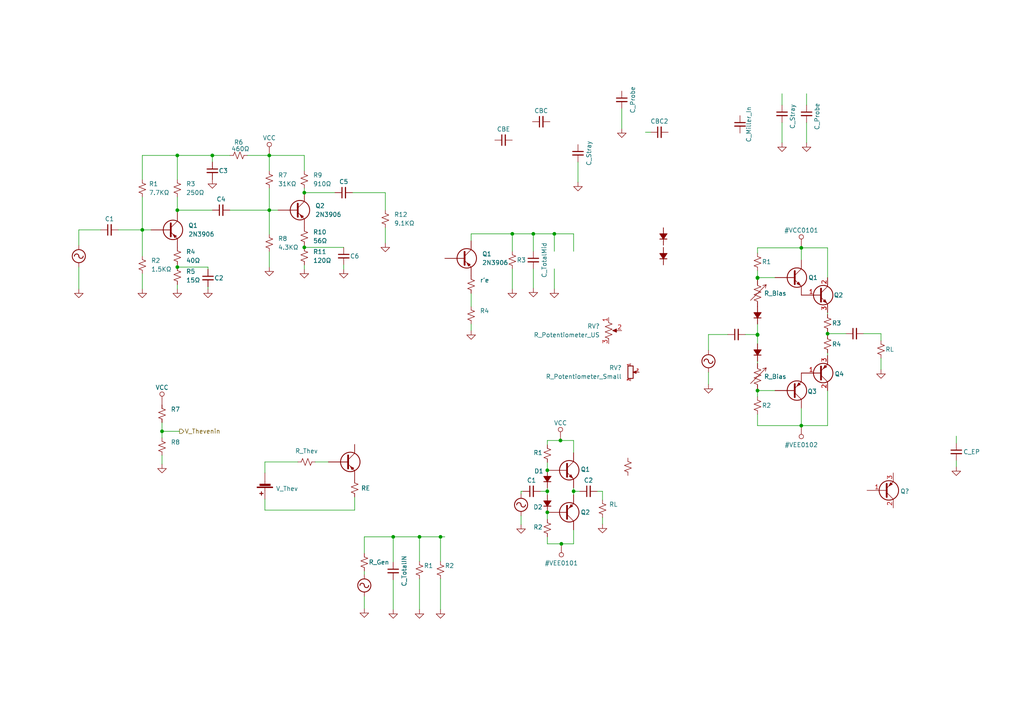
<source format=kicad_sch>
(kicad_sch (version 20211123) (generator eeschema)
  (paper "A4")
  (title_block (title "MultiStage Amplifier") (date "2024-01-05") (company "Idaho State University College of Technology") (comment 1 "Assistant Prof. Tim Leishman") (comment 2 "Robotics and Communication Systems"))
  (lib_symbols
    (symbol "2N3906_1" (pin_names (offset 0) hide)
      (property "Reference" "Q2" (at 5.715 1.2701 0))
      (property "Value" "2N3906_1" (at 5.715 -1.2699 0))
      (symbol "2N3906_1_1_1"
        (pin input line (at -5.08 0 0) (length 5.715) (name "B") (number ""))
        (pin passive line (at 2.54 5.08 270) (length 2.54) (name "C") (number ""))
        (pin passive line (at 2.54 -5.08 90) (length 2.54) (name "E") (number ""))
      )
    )
    (symbol "Amplifier_Operational:TL071" (pin_names (offset 0.127))
      (property "Reference" "U?" (at 8.89 5.4612 0))
      (property "Value" "TL071" (at 8.89 2.9212 0))
      (symbol "TL071_1_1"
        (pin input line (at -7.62 -2.54 0) (length 2.54) (name "-") (number "2"))
        (pin input line (at -7.62 2.54 0) (length 2.54) (name "+") (number "3"))
        (pin power_in line (at -2.54 7.62 270) (length 3.81) (name "V-") (number "4"))
        (pin output line (at 7.62 0 180) (length 2.54) (name "~") (number "6"))
        (pin power_in line (at -2.54 -7.62 90) (length 3.81) (name "V+") (number "7"))
        (pin no_connect line (at 0 2.54 270) (length 2.54) hide (name "NC") (number "8"))
      )
    )
    (symbol "Device:Battery_Cell" (pin_numbers hide) (pin_names (offset 0) hide)
      (property "Reference" "BT" (at 2.54 2.54 0))
      (property "Value" "Battery_Cell" (at 2.54 0 0))
      (symbol "Battery_Cell_1_1"
        (pin passive line (at 0 5.08 270) (length 2.54) (name "+") (number "1"))
        (pin passive line (at 0 -2.54 90) (length 2.54) (name "-") (number "2"))
      )
    )
    (symbol "Device:C_Small" (pin_numbers hide) (pin_names (offset 0.254) hide)
      (property "Reference" "C" (at 0.254 1.778 0))
      (property "Value" "C_Small" (at 0.254 -2.032 0))
      (symbol "C_Small_1_1"
        (pin passive line (at 0 2.54 270) (length 2.032) (name "~") (number "1"))
        (pin passive line (at 0 -2.54 90) (length 2.032) (name "~") (number "2"))
      )
    )
    (symbol "Device:D_Small_Filled" (pin_numbers hide) (pin_names (offset 0.254) hide)
      (property "Reference" "D" (at -1.27 2.032 0))
      (property "Value" "D_Small_Filled" (at -3.81 -2.032 0))
      (symbol "D_Small_Filled_1_1"
        (pin passive line (at -2.54 0 0) (length 1.778) (name "K") (number "1"))
        (pin passive line (at 2.54 0 180) (length 1.778) (name "A") (number "2"))
      )
    )
    (symbol "Device:L_Small" (pin_numbers hide) (pin_names (offset 0.254) hide)
      (property "Reference" "L" (at 0.762 1.016 0))
      (property "Value" "L_Small" (at 0.762 -1.016 0))
      (symbol "L_Small_1_1"
        (pin passive line (at 0 2.54 270) (length 0.508) (name "~") (number "1"))
        (pin passive line (at 0 -2.54 90) (length 0.508) (name "~") (number "2"))
      )
    )
    (symbol "Device:Q_NPN_BCE" (pin_names (offset 0) hide)
      (property "Reference" "Q1" (at 5.08 1.2701 0))
      (symbol "Q_NPN_BCE_1_1"
        (pin input line (at -5.08 0 0) (length 5.715) (name "B") (number ""))
        (pin passive line (at 2.54 5.08 270) (length 2.54) (name "C") (number ""))
        (pin passive line (at 2.54 -5.08 90) (length 2.54) (name "E") (number ""))
      )
    )
    (symbol "Device:R_Potentiometer_Small" (pin_names (offset 1.016) hide)
      (property "Reference" "RV" (at -4.445 0 90))
      (property "Value" "R_Potentiometer_Small" (at -2.54 0 90))
      (symbol "R_Potentiometer_Small_1_1"
        (pin passive line (at 0 2.54 270) (length 0.635) (name "1") (number "1"))
        (pin passive line (at 2.54 0 180) (length 0.9906) (name "2") (number "2"))
        (pin passive line (at 0 -2.54 90) (length 0.635) (name "3") (number "3"))
      )
    )
    (symbol "Device:R_Potentiometer_US" (pin_names (offset 1.016) hide)
      (property "Reference" "RV" (at -4.445 0 90))
      (property "Value" "R_Potentiometer_US" (at -2.54 0 90))
      (symbol "R_Potentiometer_US_1_1"
        (pin passive line (at 0 3.81 270) (length 1.27) (name "1") (number "1"))
        (pin passive line (at 3.81 0 180) (length 1.27) (name "2") (number "2"))
        (pin passive line (at 0 -3.81 90) (length 1.27) (name "3") (number "3"))
      )
    )
    (symbol "Device:R_Small_US" (pin_numbers hide) (pin_names (offset 0.254) hide)
      (property "Reference" "R" (at 0.762 0.508 0))
      (property "Value" "R_Small_US" (at 0.762 -1.016 0))
      (symbol "R_Small_US_1_1"
        (pin passive line (at 0 2.54 270) (length 1.016) (name "~") (number "1"))
        (pin passive line (at 0 -2.54 90) (length 1.016) (name "~") (number "2"))
      )
    )
    (symbol "Device:R_Variable_US" (pin_numbers hide) (pin_names (offset 0))
      (property "Reference" "R" (at 2.54 -2.54 90))
      (property "Value" "R_Variable_US" (at -2.54 -1.27 90))
      (symbol "R_Variable_US_1_1"
        (pin passive line (at 0 3.81 270) (length 1.27) (name "~") (number "1"))
        (pin passive line (at 0 -3.81 90) (length 1.27) (name "~") (number "2"))
      )
    )
    (symbol "TL071_1" (pin_names (offset 0.127))
      (property "Reference" "U" (at 0 6.35 0))
      (property "Value" "TL071_1" (at 0 3.81 0))
      (symbol "TL071_1_1_1"
        (pin input line (at 0 -7.62 90) (length 5.08) (name "NULL") (number "1"))
        (pin input line (at -7.62 -2.54 0) (length 2.54) (name "-") (number "2"))
        (pin input line (at -7.62 2.54 0) (length 2.54) (name "+") (number "3"))
        (pin power_in line (at -2.54 -7.62 90) (length 3.81) (name "V-") (number "4"))
        (pin input line (at 2.54 -7.62 90) (length 6.35) (name "NULL") (number "5"))
        (pin output line (at 7.62 0 180) (length 2.54) (name "~") (number "6"))
        (pin power_in line (at -2.54 7.62 270) (length 3.81) (name "V+") (number "7"))
        (pin no_connect line (at 0 2.54 270) (length 2.54) hide (name "NC") (number "8"))
      )
    )
    (symbol "Transistor_BJT:TIP41" (pin_names (offset 0) hide)
      (property "Reference" "Q" (at 6.35 1.905 0))
      (property "Value" "TIP41" (at 6.35 0 0))
      (symbol "TIP41_1_1"
        (pin input line (at -5.08 0 0) (length 5.715) (name "B") (number "1"))
        (pin passive line (at 2.54 5.08 270) (length 2.54) (name "C") (number "2"))
        (pin passive line (at 2.54 -5.08 90) (length 2.54) (name "E") (number "3"))
      )
    )
    (symbol "Transistor_BJT:TIP42" (pin_names (offset 0) hide)
      (property "Reference" "Q" (at 6.35 1.905 0))
      (property "Value" "TIP42" (at 6.35 0 0))
      (symbol "TIP42_1_1"
        (pin input line (at -5.08 0 0) (length 5.715) (name "B") (number "1"))
        (pin passive line (at 2.54 5.08 270) (length 2.54) (name "C") (number "2"))
        (pin passive line (at 2.54 -5.08 90) (length 2.54) (name "E") (number "3"))
      )
    )
    (symbol "VCC_1" (power) (pin_names (offset 0))
      (property "Value" "VCC_1" (at 0 5.08 0))
      (symbol "VCC_1_1_1"
        (pin power_in line (at 0 0 90) (length 0) hide (name "VCC") (number "1"))
      )
    )
    (symbol "power:AC" (power) (pin_names (offset 0))
      (property "Value" "AC" (at 0 8.255 0))
      (symbol "AC_1_1"
        (pin power_in line (at 0 0 90) (length 0) hide (name "AC") (number "1"))
        (pin power_in line (at 0 6.35 90) (length 0) hide (name "AC") (number "1"))
      )
    )
    (symbol "power:GND" (power) (pin_names (offset 0))
      (property "Value" "GND" (at 0 -3.81 0))
      (symbol "GND_1_1"
        (pin power_in line (at 0 0 270) (length 0) hide (name "GND") (number "1"))
      )
    )
    (symbol "power:VCC" (power) (pin_names (offset 0))
      (property "Value" "VCC" (at 0 5.08 0))
      (symbol "VCC_1_1"
        (pin power_in line (at 0 0 90) (length 0) hide (name "VCC") (number "1"))
      )
    )
  )
  (junction (at 154.686 67.818))
  (junction (at 160.782 67.818))
  (junction (at 148.59 67.818))
  (junction (at 417.83 78.74))
  (junction (at 379.73 60.325))
  (junction (at 232.41 123.444))
  (junction (at 406.4 52.705))
  (junction (at 219.71 97.155))
  (junction (at 41.275 66.675))
  (junction (at 347.98 60.325))
  (junction (at 406.4 68.58))
  (junction (at 51.435 77.47))
  (junction (at 61.595 45.085))
  (junction (at 46.99 125.095))
  (junction (at 166.37 142.494))
  (junction (at 363.855 73.025))
  (junction (at 469.265 138.176))
  (junction (at 309.88 -46.355))
  (junction (at 338.582 155.194))
  (junction (at 338.582 149.352))
  (junction (at 363.855 41.275))
  (junction (at 158.75 142.494))
  (junction (at 360.045 100.33))
  (junction (at 372.11 52.705))
  (junction (at 162.814 157.734))
  (junction (at 219.71 113.284))
  (junction (at 219.71 80.645))
  (junction (at 219.71 80.518))
  (junction (at 370.84 144.145))
  (junction (at 158.75 148.59))
  (junction (at 114.046 155.702))
  (junction (at 417.83 26.67))
  (junction (at 363.855 90.17))
  (junction (at 162.56 127.762))
  (junction (at 426.72 52.07))
  (junction (at 338.582 156.972))
  (junction (at 51.435 45.085))
  (junction (at 88.265 55.88))
  (junction (at 51.435 60.96))
  (junction (at 127.762 155.702))
  (junction (at 88.265 71.755))
  (junction (at 78.105 60.96))
  (junction (at 121.666 155.702))
  (junction (at 78.105 45.085))
  (junction (at 460.883 138.176))
  (junction (at 158.75 136.398))
  (junction (at 330.962 162.052))
  (junction (at 291.465 -48.895))
  (junction (at 240.03 96.774))
  (junction (at 406.4 36.195))
  (junction (at 438.15 52.07))
  (junction (at 232.41 71.882))
  (junction (at 386.08 127))
  (junction (at 391.16 60.325))
  (junction (at 356.235 80.645))
  (junction (at 219.71 97.028))
  (no_connect (at 378.46 134.62))
  (no_connect (at 381 134.62))
  (wire (pts (xy 205.486 107.95) (xy 205.486 111.506)))
  (wire (pts (xy 406.4 52.705) (xy 406.4 53.34)))
  (wire (pts (xy 219.71 97.028) (xy 219.71 97.155)))
  (wire (pts (xy 60.325 77.47) (xy 51.435 77.47)))
  (wire (pts (xy 355.6 70.485) (xy 355.6 73.025)))
  (wire (pts (xy 401.955 88.265) (xy 438.15 88.265)))
  (wire (pts (xy 166.37 141.478) (xy 166.37 142.494)))
  (wire (pts (xy 406.4 68.58) (xy 410.21 68.58)))
  (wire (pts (xy 219.71 73.406) (xy 219.71 71.882)))
  (wire (pts (xy 400.685 60.325) (xy 401.955 60.325)))
  (wire (pts (xy 240.03 113.284) (xy 240.03 123.444)))
  (wire (pts (xy 356.235 80.645) (xy 356.235 85.09)))
  (wire (pts (xy 233.934 30.48) (xy 233.934 27.178)))
  (wire (pts (xy 347.98 80.645) (xy 356.235 80.645)))
  (wire (pts (xy 51.435 57.15) (xy 51.435 60.96)))
  (wire (pts (xy 41.275 45.085) (xy 51.435 45.085)))
  (wire (pts (xy 360.045 144.145) (xy 363.22 144.145)))
  (wire (pts (xy 61.595 60.96) (xy 51.435 60.96)))
  (wire (pts (xy 219.71 113.03) (xy 219.71 113.284)))
  (wire (pts (xy 121.666 167.894) (xy 121.666 176.784)))
  (wire (pts (xy 78.105 60.96) (xy 78.105 67.945)))
  (wire (pts (xy 232.41 123.444) (xy 219.71 123.444)))
  (wire (pts (xy 219.71 113.284) (xy 224.79 113.284)))
  (wire (pts (xy 80.645 60.96) (xy 78.105 60.96)))
  (wire (pts (xy 46.99 132.08) (xy 46.99 134.62)))
  (wire (pts (xy 417.83 63.5) (xy 419.1 63.5)))
  (wire (pts (xy 46.99 125.095) (xy 46.99 127)))
  (wire (pts (xy 148.59 77.978) (xy 148.59 83.82)))
  (wire (pts (xy 219.71 80.645) (xy 219.71 81.28)))
  (wire (pts (xy 78.105 45.085) (xy 88.265 45.085)))
  (wire (pts (xy 151.13 142.494) (xy 151.638 142.494)))
  (wire (pts (xy 372.11 41.275) (xy 363.855 41.275)))
  (wire (pts (xy 240.03 123.444) (xy 232.41 123.444)))
  (wire (pts (xy 166.37 142.494) (xy 166.37 143.51)))
  (wire (pts (xy 391.16 133.35) (xy 391.16 134.62)))
  (wire (pts (xy 88.265 45.085) (xy 88.265 49.53)))
  (wire (pts (xy 406.4 36.195) (xy 406.4 38.1)))
  (wire (pts (xy 426.72 78.74) (xy 417.83 78.74)))
  (wire (pts (xy 158.75 129.032) (xy 158.75 127.762)))
  (wire (pts (xy 154.686 72.898) (xy 154.686 67.818)))
  (wire (pts (xy 406.4 78.74) (xy 417.83 78.74)))
  (wire (pts (xy 240.03 96.774) (xy 245.364 96.774)))
  (wire (pts (xy 219.71 71.882) (xy 232.41 71.882)))
  (wire (pts (xy 166.37 67.818) (xy 166.37 72.898)))
  (wire (pts (xy 88.265 71.12) (xy 88.265 71.755)))
  (wire (pts (xy 66.675 60.96) (xy 78.105 60.96)))
  (wire (pts (xy 469.265 147.574) (xy 469.265 152.4)))
  (wire (pts (xy 360.045 130.81) (xy 360.045 131.445)))
  (wire (pts (xy 41.275 57.15) (xy 41.275 66.675)))
  (wire (pts (xy 379.73 60.325) (xy 379.73 64.77)))
  (wire (pts (xy 232.41 118.364) (xy 232.41 123.444)))
  (wire (pts (xy 158.75 134.112) (xy 158.75 136.398)))
  (wire (pts (xy 173.228 142.494) (xy 174.752 142.494)))
  (wire (pts (xy 460.883 138.176) (xy 469.265 138.176)))
  (wire (pts (xy 406.4 26.67) (xy 417.83 26.67)))
  (wire (pts (xy 127.762 162.814) (xy 127.762 155.702)))
  (wire (pts (xy 386.08 144.145) (xy 386.08 127)))
  (wire (pts (xy 105.664 172.974) (xy 105.664 176.53)))
  (wire (pts (xy 88.265 54.61) (xy 88.265 55.88)))
  (wire (pts (xy 386.08 127) (xy 391.16 127)))
  (wire (pts (xy 105.664 160.528) (xy 105.664 155.702)))
  (wire (pts (xy 383.54 -22.225) (xy 383.54 -17.78)))
  (wire (pts (xy 426.72 52.07) (xy 431.8 52.07)))
  (wire (pts (xy 114.046 163.068) (xy 114.046 155.702)))
  (wire (pts (xy 22.86 77.47) (xy 22.86 83.82)))
  (wire (pts (xy 325.374 162.56) (xy 325.374 162.052)))
  (wire (pts (xy 291.465 -48.895) (xy 294.005 -48.895)))
  (wire (pts (xy 406.4 58.42) (xy 406.4 59.69)))
  (wire (pts (xy 347.98 81.28) (xy 347.98 80.645)))
  (wire (pts (xy 347.218 156.972) (xy 349.25 156.972)))
  (wire (pts (xy 180.34 31.496) (xy 180.34 37.338)))
  (wire (pts (xy 61.595 45.085) (xy 66.675 45.085)))
  (wire (pts (xy 311.15 -46.355) (xy 311.15 -45.085)))
  (wire (pts (xy 360.045 144.145) (xy 360.045 144.78)))
  (wire (pts (xy 363.855 85.725) (xy 363.855 90.17)))
  (wire (pts (xy 372.11 52.705) (xy 387.35 52.705)))
  (wire (pts (xy 226.822 35.56) (xy 226.822 41.402)))
  (wire (pts (xy 311.15 -40.005) (xy 311.15 -37.465)))
  (wire (pts (xy 102.87 147.955) (xy 102.87 144.145)))
  (wire (pts (xy 111.76 55.88) (xy 111.76 60.96)))
  (wire (pts (xy 278.13 -48.895) (xy 284.48 -48.895)))
  (wire (pts (xy 166.37 127.762) (xy 162.56 127.762)))
  (wire (pts (xy 154.686 67.818) (xy 160.782 67.818)))
  (wire (pts (xy 51.435 76.835) (xy 51.435 77.47)))
  (wire (pts (xy 91.44 133.985) (xy 95.25 133.985)))
  (wire (pts (xy 330.962 162.052) (xy 330.962 163.068)))
  (wire (pts (xy 219.71 80.518) (xy 224.79 80.518)))
  (wire (pts (xy 426.72 57.785) (xy 426.72 58.42)))
  (wire (pts (xy 76.835 147.955) (xy 102.87 147.955)))
  (wire (pts (xy 255.524 98.806) (xy 255.524 96.774)))
  (wire (pts (xy 88.265 76.835) (xy 88.265 78.105)))
  (wire (pts (xy 391.16 67.31) (xy 391.16 70.485)))
  (wire (pts (xy 460.883 141.478) (xy 460.883 138.176)))
  (wire (pts (xy 114.046 155.702) (xy 121.666 155.702)))
  (wire (pts (xy 76.835 144.78) (xy 76.835 147.955)))
  (wire (pts (xy 167.64 46.99) (xy 167.64 52.832)))
  (wire (pts (xy 372.11 70.485) (xy 372.11 73.025)))
  (wire (pts (xy 160.782 77.978) (xy 160.782 83.82)))
  (wire (pts (xy 368.3 144.145) (xy 370.84 144.145)))
  (wire (pts (xy 360.045 124.46) (xy 360.045 125.73)))
  (wire (pts (xy 158.75 127.762) (xy 162.56 127.762)))
  (wire (pts (xy 338.582 156.972) (xy 338.582 155.194)))
  (wire (pts (xy 114.046 168.148) (xy 114.046 176.784)))
  (wire (pts (xy 240.03 90.678) (xy 240.03 91.186)))
  (wire (pts (xy 338.582 149.352) (xy 335.788 149.352)))
  (wire (pts (xy 391.16 60.325) (xy 393.065 60.325)))
  (wire (pts (xy 51.435 45.085) (xy 61.595 45.085)))
  (wire (pts (xy 340.868 149.352) (xy 338.582 149.352)))
  (wire (pts (xy 219.71 104.775) (xy 219.71 105.41)))
  (wire (pts (xy 277.368 128.524) (xy 277.368 126.492)))
  (wire (pts (xy 309.88 -59.69) (xy 309.88 -46.355)))
  (wire (pts (xy 219.71 113.284) (xy 219.71 115.062)))
  (wire (pts (xy 136.652 69.85) (xy 136.652 67.818)))
  (wire (pts (xy 148.59 72.898) (xy 148.59 67.818)))
  (wire (pts (xy 406.4 26.67) (xy 406.4 29.083)))
  (wire (pts (xy 340.868 154.686) (xy 340.868 155.194)))
  (wire (pts (xy 255.524 103.886) (xy 255.524 107.188)))
  (wire (pts (xy 51.435 60.96) (xy 51.435 61.595)))
  (wire (pts (xy 370.84 144.145) (xy 370.84 129.54)))
  (wire (pts (xy 391.16 127) (xy 391.16 128.27)))
  (wire (pts (xy 363.855 90.17) (xy 363.855 93.345)))
  (wire (pts (xy 61.595 45.085) (xy 61.595 46.99)))
  (wire (pts (xy 127.762 167.894) (xy 127.762 176.784)))
  (wire (pts (xy 158.75 157.734) (xy 162.814 157.734)))
  (wire (pts (xy 71.755 45.085) (xy 78.105 45.085)))
  (wire (pts (xy 41.275 79.375) (xy 41.275 83.82)))
  (wire (pts (xy 336.55 67.31) (xy 336.55 68.58)))
  (wire (pts (xy 309.88 -46.355) (xy 311.15 -46.355)))
  (wire (pts (xy 360.045 124.46) (xy 370.84 124.46)))
  (wire (pts (xy 226.822 30.48) (xy 226.822 27.178)))
  (wire (pts (xy 278.13 -48.895) (xy 278.13 -47.625)))
  (wire (pts (xy 99.695 76.835) (xy 99.695 78.105)))
  (wire (pts (xy 148.59 67.818) (xy 154.686 67.818)))
  (wire (pts (xy 250.444 96.774) (xy 255.524 96.774)))
  (wire (pts (xy 127.762 155.702) (xy 129.032 155.702)))
  (wire (pts (xy 406.4 68.58) (xy 406.4 70.993)))
  (wire (pts (xy 338.582 156.972) (xy 342.138 156.972)))
  (wire (pts (xy 158.75 148.59) (xy 158.75 150.622)))
  (wire (pts (xy 51.435 45.085) (xy 51.435 52.07)))
  (wire (pts (xy 219.71 120.142) (xy 219.71 123.444)))
  (wire (pts (xy 406.4 49.53) (xy 406.4 52.705)))
  (wire (pts (xy 436.88 52.07) (xy 438.15 52.07)))
  (wire (pts (xy 426.72 46.355) (xy 426.72 46.99)))
  (wire (pts (xy 375.285 144.145) (xy 370.84 144.145)))
  (wire (pts (xy 289.56 -48.895) (xy 291.465 -48.895)))
  (wire (pts (xy 240.03 96.774) (xy 240.03 97.282)))
  (wire (pts (xy 338.455 60.325) (xy 336.55 60.325)))
  (wire (pts (xy 363.855 73.025) (xy 372.11 73.025)))
  (wire (pts (xy 469.265 138.176) (xy 476.885 138.176)))
  (wire (pts (xy 372.11 51.435) (xy 372.11 52.705)))
  (wire (pts (xy 426.72 26.67) (xy 426.72 36.195)))
  (wire (pts (xy 330.962 168.148) (xy 330.962 169.164)))
  (wire (pts (xy 151.13 143.256) (xy 151.13 142.494)))
  (wire (pts (xy 166.37 153.67) (xy 166.37 157.734)))
  (wire (pts (xy 277.368 133.604) (xy 277.368 135.382)))
  (wire (pts (xy 355.6 41.275) (xy 355.6 46.355)))
  (wire (pts (xy 22.86 66.675) (xy 29.21 66.675)))
  (wire (pts (xy 380.365 144.145) (xy 386.08 144.145)))
  (wire (pts (xy 457.073 138.176) (xy 460.883 138.176)))
  (wire (pts (xy 156.718 142.494) (xy 158.75 142.494)))
  (wire (pts (xy 34.29 66.675) (xy 41.275 66.675)))
  (wire (pts (xy 363.855 73.025) (xy 363.855 75.565)))
  (wire (pts (xy 51.435 82.55) (xy 51.435 83.82)))
  (wire (pts (xy 76.835 133.985) (xy 86.36 133.985)))
  (wire (pts (xy 102.235 55.88) (xy 111.76 55.88)))
  (wire (pts (xy 22.86 66.675) (xy 22.86 71.12)))
  (wire (pts (xy 363.855 100.33) (xy 360.045 100.33)))
  (wire (pts (xy 291.465 -59.69) (xy 291.465 -48.895)))
  (wire (pts (xy 392.43 52.705) (xy 406.4 52.705)))
  (wire (pts (xy 41.275 66.675) (xy 41.275 74.295)))
  (wire (pts (xy 281.94 -36.195) (xy 281.94 -34.925)))
  (wire (pts (xy 449.199 138.176) (xy 451.993 138.176)))
  (wire (pts (xy 205.486 97.028) (xy 211.074 97.028)))
  (wire (pts (xy 449.199 166.37) (xy 449.199 168.275)))
  (wire (pts (xy 46.99 122.555) (xy 46.99 125.095)))
  (wire (pts (xy 433.705 111.76) (xy 435.61 111.76)))
  (wire (pts (xy 216.154 97.028) (xy 219.71 97.028)))
  (wire (pts (xy 160.782 67.818) (xy 160.782 72.898)))
  (wire (pts (xy 426.72 68.58) (xy 426.72 78.74)))
  (wire (pts (xy 372.11 46.355) (xy 372.11 41.275)))
  (wire (pts (xy 166.37 131.318) (xy 166.37 127.762)))
  (wire (pts (xy 158.75 141.478) (xy 158.75 142.494)))
  (wire (pts (xy 136.652 93.98) (xy 136.652 95.885)))
  (wire (pts (xy 76.835 133.985) (xy 76.835 137.16)))
  (wire (pts (xy 88.265 55.88) (xy 97.155 55.88)))
  (wire (pts (xy 438.15 52.07) (xy 438.15 88.265)))
  (wire (pts (xy 469.265 138.176) (xy 469.265 142.494)))
  (wire (pts (xy 406.4 36.195) (xy 410.21 36.195)))
  (wire (pts (xy 379.73 69.85) (xy 379.73 74.676)))
  (wire (pts (xy 343.535 60.325) (xy 347.98 60.325)))
  (wire (pts (xy 174.752 150.114) (xy 174.752 152.019)))
  (wire (pts (xy 391.16 60.325) (xy 391.16 62.23)))
  (wire (pts (xy 78.105 54.61) (xy 78.105 60.96)))
  (wire (pts (xy 232.41 75.438) (xy 232.41 71.882)))
  (wire (pts (xy 349.25 156.972) (xy 349.25 159.258)))
  (wire (pts (xy 111.76 66.04) (xy 111.76 70.485)))
  (wire (pts (xy 363.855 41.275) (xy 355.6 41.275)))
  (wire (pts (xy 406.4 64.77) (xy 406.4 68.58)))
  (wire (pts (xy 347.98 60.325) (xy 347.98 64.77)))
  (wire (pts (xy 417.83 26.67) (xy 417.83 31.115)))
  (wire (pts (xy 449.199 157.48) (xy 449.199 161.29)))
  (wire (pts (xy 105.664 165.608) (xy 105.664 166.624)))
  (wire (pts (xy 60.325 78.105) (xy 60.325 77.47)))
  (wire (pts (xy 78.105 49.53) (xy 78.105 45.085)))
  (wire (pts (xy 158.75 142.494) (xy 158.75 143.51)))
  (wire (pts (xy 383.54 -12.7) (xy 383.54 -10.16)))
  (wire (pts (xy 46.99 125.095) (xy 52.07 125.095)))
  (wire (pts (xy 151.13 149.606) (xy 151.13 152.146)))
  (wire (pts (xy 417.83 41.275) (xy 419.1 41.275)))
  (wire (pts (xy 158.75 155.702) (xy 158.75 157.734)))
  (wire (pts (xy 363.855 98.425) (xy 363.855 100.33)))
  (wire (pts (xy 219.71 93.98) (xy 219.71 97.028)))
  (wire (pts (xy 433.705 113.665) (xy 433.705 111.76)))
  (wire (pts (xy 417.83 26.67) (xy 426.72 26.67)))
  (wire (pts (xy 401.955 60.325) (xy 401.955 88.265)))
  (wire (pts (xy 121.666 162.814) (xy 121.666 155.702)))
  (wire (pts (xy 330.2 -46.99) (xy 330.2 -42.545)))
  (wire (pts (xy 347.98 69.85) (xy 347.98 74.676)))
  (wire (pts (xy 449.199 138.176) (xy 449.199 142.24)))
  (wire (pts (xy 309.245 -46.355) (xy 309.88 -46.355)))
  (wire (pts (xy 281.94 -43.815) (xy 281.94 -42.545)))
  (wire (pts (xy 379.73 60.325) (xy 382.27 60.325)))
  (wire (pts (xy 240.03 96.266) (xy 240.03 96.774)))
  (wire (pts (xy 240.03 102.362) (xy 240.03 103.124)))
  (wire (pts (xy 205.486 101.6) (xy 205.486 97.028)))
  (wire (pts (xy 356.235 95.25) (xy 356.235 100.33)))
  (wire (pts (xy 41.275 66.675) (xy 43.815 66.675)))
  (wire (pts (xy 441.96 59.055) (xy 441.96 60.96)))
  (wire (pts (xy 105.664 155.702) (xy 114.046 155.702)))
  (wire (pts (xy 460.883 146.558) (xy 460.883 152.4)))
  (wire (pts (xy 372.11 52.705) (xy 372.11 55.245)))
  (wire (pts (xy 347.98 86.36) (xy 347.98 87.63)))
  (wire (pts (xy 240.03 80.518) (xy 240.03 71.882)))
  (wire (pts (xy 356.235 100.33) (xy 360.045 100.33)))
  (wire (pts (xy 335.788 149.352) (xy 335.788 150.114)))
  (wire (pts (xy 283.845 -43.815) (xy 281.94 -43.815)))
  (wire (pts (xy 441.96 52.07) (xy 438.15 52.07)))
  (wire (pts (xy 406.4 76.073) (xy 406.4 78.74)))
  (wire (pts (xy 154.686 77.978) (xy 154.686 83.566)))
  (wire (pts (xy 136.652 67.818) (xy 148.59 67.818)))
  (wire (pts (xy 136.652 85.09) (xy 136.652 88.9)))
  (wire (pts (xy 426.72 52.07) (xy 426.72 52.705)))
  (wire (pts (xy 219.71 97.155) (xy 219.71 99.695)))
  (wire (pts (xy 340.868 149.352) (xy 340.868 149.606)))
  (wire (pts (xy 166.37 157.734) (xy 162.814 157.734)))
  (wire (pts (xy 41.275 45.085) (xy 41.275 52.07)))
  (wire (pts (xy 325.374 162.052) (xy 330.962 162.052)))
  (wire (pts (xy 441.96 53.975) (xy 441.96 52.07)))
  (wire (pts (xy 417.83 73.66) (xy 417.83 78.74)))
  (wire (pts (xy 406.4 34.163) (xy 406.4 36.195)))
  (wire (pts (xy 233.934 35.56) (xy 233.934 41.402)))
  (wire (pts (xy 338.582 155.194) (xy 340.868 155.194)))
  (wire (pts (xy 88.265 71.755) (xy 99.695 71.755)))
  (wire (pts (xy 288.925 -43.815) (xy 294.005 -43.815)))
  (wire (pts (xy 302.895 -59.69) (xy 309.88 -59.69)))
  (wire (pts (xy 476.885 148.082) (xy 476.885 152.4)))
  (wire (pts (xy 174.752 145.034) (xy 174.752 142.494)))
  (wire (pts (xy 160.782 67.818) (xy 166.37 67.818)))
  (wire (pts (xy 335.788 155.194) (xy 338.582 155.194)))
  (wire (pts (xy 291.465 -59.69) (xy 297.815 -59.69)))
  (wire (pts (xy 219.71 78.486) (xy 219.71 80.518)))
  (wire (pts (xy 121.666 155.702) (xy 127.762 155.702)))
  (wire (pts (xy 78.105 73.025) (xy 78.105 77.47)))
  (wire (pts (xy 355.6 73.025) (xy 363.855 73.025)))
  (wire (pts (xy 188.722 38.354) (xy 187.198 38.354)))
  (wire (pts (xy 387.35 60.325) (xy 391.16 60.325)))
  (wire (pts (xy 166.37 142.494) (xy 168.148 142.494)))
  (wire (pts (xy 476.885 138.176) (xy 476.885 143.002)))
  (wire (pts (xy 336.55 60.325) (xy 336.55 60.96)))
  (wire (pts (xy 417.83 78.74) (xy 417.83 79.375)))
  (wire (pts (xy 60.325 83.185) (xy 60.325 83.82)))
  (wire (pts (xy 355.6 51.435) (xy 355.6 55.245)))
  (wire (pts (xy 349.25 164.338) (xy 349.25 167.64)))
  (wire (pts (xy 406.4 43.18) (xy 406.4 44.45)))
  (wire (pts (xy 232.41 71.882) (xy 240.03 71.882)))
  (hierarchical_label "Vout" (shape output) (at 253.365 -50.165 0))
  (hierarchical_label "V-" (shape input) (at 299.085 -38.735 270))
  (hierarchical_label "V+" (shape input) (at 299.085 -53.975 90))
  (hierarchical_label "V_Thevenin" (shape output) (at 52.07 125.095 0))
  (symbol (lib_id "Device:R_Small_US") (at 300.355 -59.69 90) (unit 1)
    (property "Reference" "RF" (at 302.26 -62.23 90) (effects (justify left)))
    (property "Value" "56Ω" (effects hide))
  )
  (symbol (lib_id "power:AC") (at 151.13 149.606 0) (unit 1)
    (property "Reference" "#PWR?" (effects hide))
    (property "Value" "AC" (effects hide))
  )
  (symbol (lib_id "Device:C_Small") (at 156.972 35.306 90) (unit 1)
    (property "Reference" "CBC" (at 156.972 32.131 90))
    (property "Value" "C_Small" (effects hide))
  )
  (symbol (lib_id "Device:R_Small_US") (at 41.275 54.61 0) (unit 1)
    (property "Reference" "R1" (at 43.18 53.3399 0) (effects (justify left)))
    (property "Value" "7.7KΩ" (at 43.18 55.8799 0) (effects (justify left)))
  )
  (symbol (lib_id "power:GND") (at 391.16 70.485 0) (mirror y) (unit 1)
    (property "Reference" "#PWR?" (effects hide))
    (property "Value" "GND" (effects hide))
  )
  (symbol (lib_id "Device:R_Small_US") (at 476.885 145.542 0) (unit 1)
    (property "Reference" "R12" (at 478.155 145.542 0) (effects (justify left)))
    (property "Value" "56Ω" (effects hide))
  )
  (symbol (lib_id "Device:C_Small") (at 214.63 36.068 0) (unit 1)
    (property "Reference" "C_Miller_In" (at 217.17 36.068 90))
    (property "Value" "C_Small" (effects hide))
  )
  (symbol (lib_name "2N3906_1") (lib_id "Transistor_BJT:2N3906") (at 163.83 148.59 0) (mirror x) (unit 1)
    (property "Reference" "Q2" (at 168.402 148.59 0) (effects (justify left)))
    (property "Value" "2N3906" (effects hide))
    (property "Footprint" "Package_TO_SOT_THT:TO-92_Inline" (effects hide))
    (property "Datasheet" "https://www.onsemi.com/pub/Collateral/2N3906-D.PDF" (effects hide))
  )
  (symbol (lib_id "Device:R_Small_US") (at 51.435 80.01 0) (unit 1)
    (property "Reference" "R5" (at 53.975 78.7399 0) (effects (justify left)))
    (property "Value" "15Ω" (at 53.975 81.2799 0) (effects (justify left)))
  )
  (symbol (lib_id "Device:R_Small_US") (at 240.03 99.822 0) (unit 1)
    (property "Reference" "R4" (at 241.3 99.822 0) (effects (justify left)))
    (property "Value" "56Ω" (effects hide))
  )
  (symbol (lib_id "Device:C_Small") (at 344.678 156.972 90) (unit 1)
    (property "Reference" "C_EP?" (effects hide))
    (property "Value" "C_Small" (effects hide))
  )
  (symbol (lib_id "Device:C_Small") (at 154.686 75.438 0) (unit 1)
    (property "Reference" "C_TotalMid" (at 157.861 75.438 90))
    (property "Value" "C_Small" (effects hide))
  )
  (symbol (lib_id "power:GND") (at 226.822 41.402 0) (unit 1)
    (property "Reference" "#PWR?" (effects hide))
    (property "Value" "GND" (effects hide))
  )
  (symbol (lib_id "Device:D_Small_Filled") (at 406.4 55.88 90) (unit 1)
    (property "Reference" "D?" (effects hide))
    (property "Value" "D_Small_Filled" (effects hide))
  )
  (symbol (lib_id "Device:R_Small_US") (at 69.215 45.085 90) (unit 1)
    (property "Reference" "R6" (at 69.215 41.275 90))
    (property "Value" "460Ω" (at 72.39 43.18 90) (effects (justify left)))
  )
  (symbol (lib_id "Device:R_Small_US") (at 406.4 31.623 0) (unit 1)
    (property "Reference" "R?" (effects hide))
    (property "Value" "56Ω" (effects hide))
  )
  (symbol (lib_id "Device:R_Small_US") (at 51.435 74.295 0) (unit 1)
    (property "Reference" "R4" (at 53.975 73.0249 0) (effects (justify left)))
    (property "Value" "40Ω" (at 53.975 75.5649 0) (effects (justify left)))
  )
  (symbol (lib_id "Device:C_Small") (at 170.688 142.494 90) (unit 1)
    (property "Reference" "C2" (at 170.688 139.319 90))
    (property "Value" "C_Small" (effects hide))
  )
  (symbol (lib_id "power:GND") (at 281.94 -34.925 0) (mirror y) (unit 1)
    (property "Reference" "#PWR?" (effects hide))
    (property "Value" "GND" (effects hide))
  )
  (symbol (lib_id "power:AC") (at 22.86 77.47 0) (unit 1)
    (property "Reference" "#PWR01" (effects hide))
    (property "Value" "AC" (effects hide))
  )
  (symbol (lib_id "Device:R_Small_US") (at 449.199 154.94 0) (unit 1)
    (property "Reference" "r'e2" (at 451.993 154.9399 0) (effects (justify left)))
    (property "Value" "56Ω" (effects hide))
  )
  (symbol (lib_name "2N3906_1") (lib_id "Transistor_BJT:2N3906") (at 85.725 60.96 0) (unit 1)
    (property "Reference" "Q2" (at 91.44 59.6899 0) (effects (justify left)))
    (property "Value" "2N3906" (at 91.44 62.2299 0) (effects (justify left)))
    (property "Footprint" "Package_TO_SOT_THT:TO-92_Inline" (effects hide))
    (property "Datasheet" "https://www.onsemi.com/pub/Collateral/2N3906-D.PDF" (effects hide))
  )
  (symbol (lib_id "Device:R_Small_US") (at 355.6 48.895 0) (unit 1)
    (property "Reference" "R2" (effects hide))
    (property "Value" "56Ω" (effects hide))
  )
  (symbol (lib_id "power:GND") (at 22.86 83.82 0) (unit 1)
    (property "Reference" "#PWR02" (effects hide))
    (property "Value" "GND" (effects hide))
  )
  (symbol (lib_id "Device:R_Small_US") (at 219.71 117.602 0) (unit 1)
    (property "Reference" "R2" (at 220.98 117.602 0) (effects (justify left)))
    (property "Value" "56Ω" (effects hide))
  )
  (symbol (lib_id "power:GND") (at 449.199 168.275 0) (unit 1)
    (property "Reference" "#PWR?" (effects hide))
    (property "Value" "GND" (effects hide))
  )
  (symbol (lib_id "Device:C_Small") (at 154.178 142.494 90) (unit 1)
    (property "Reference" "C1" (at 154.178 139.319 90))
    (property "Value" "C_Small" (effects hide))
  )
  (symbol (lib_id "Device:R_Small_US") (at 255.524 101.346 0) (unit 1)
    (property "Reference" "RL" (at 256.794 101.346 0) (effects (justify left)))
    (property "Value" "56Ω" (effects hide))
  )
  (symbol (lib_id "Transistor_BJT:TIP41") (at 374.65 60.325 0) (mirror y) (unit 1)
    (property "Reference" "Q2" (effects hide))
    (property "Value" "TIP41" (effects hide))
    (property "Footprint" "Package_TO_SOT_THT:TO-220-3_Vertical" (effects hide))
    (property "Datasheet" "https://www.centralsemi.com/get_document.php?cmp=1&mergetype=pd&mergepath=pd&pdf_id=tip41.PDF" (effects hide))
  )
  (symbol (lib_id "power:GND") (at 99.695 78.105 0) (unit 1)
    (property "Reference" "#PWR?" (effects hide))
    (property "Value" "GND" (effects hide))
  )
  (symbol (lib_id "Device:R_Small_US") (at 426.72 55.245 0) (unit 1)
    (property "Reference" "R?" (effects hide))
    (property "Value" "56Ω" (effects hide))
  )
  (symbol (lib_id "Device:R_Small_US") (at 287.02 -48.895 90) (unit 1)
    (property "Reference" "RI" (at 288.29 -50.8 90) (effects (justify left)))
    (property "Value" "56Ω" (effects hide))
  )
  (symbol (lib_id "power:GND") (at 105.664 176.53 0) (unit 1)
    (property "Reference" "#PWR?" (effects hide))
    (property "Value" "GND" (effects hide))
  )
  (symbol (lib_id "Device:R_Small_US") (at 449.199 163.83 0) (unit 1)
    (property "Reference" "R10" (at 450.469 163.576 0) (effects (justify left)))
    (property "Value" "56Ω" (effects hide))
  )
  (symbol (lib_id "Device:C_Small") (at 340.995 60.325 90) (unit 1)
    (property "Reference" "C_Total_Out?" (effects hide))
    (property "Value" "C_Small" (effects hide))
  )
  (symbol (lib_id "power:GND") (at 151.13 152.146 0) (unit 1)
    (property "Reference" "#PWR?" (effects hide))
    (property "Value" "GND" (effects hide))
  )
  (symbol (lib_id "Device:Q_NPN_BCE") (at 229.87 80.518 0) (unit 1)
    (property "Reference" "Q1" (at 234.442 80.518 0) (effects (justify left)))
    (property "Value" "Q_NPN_BCE" (effects hide))
  )
  (symbol (lib_id "Device:R_Small_US") (at 347.98 67.31 0) (unit 1)
    (property "Reference" "R1" (effects hide))
    (property "Value" "56Ω" (effects hide))
  )
  (symbol (lib_id "Device:R_Small_US") (at 127.762 165.354 0) (unit 1)
    (property "Reference" "R2" (at 129.032 164.084 0) (effects (justify left)))
    (property "Value" "9.1KΩ" (effects hide))
  )
  (symbol (lib_id "power:GND") (at 460.883 152.4 0) (unit 1)
    (property "Reference" "#PWR?" (effects hide))
    (property "Value" "GND" (effects hide))
  )
  (symbol (lib_id "Device:D_Small_Filled") (at 219.71 91.44 90) (unit 1)
    (property "Reference" "D?" (effects hide))
    (property "Value" "D_Small_Filled" (effects hide))
  )
  (symbol (lib_id "power:GND") (at 46.99 134.62 0) (unit 1)
    (property "Reference" "#PWR?" (effects hide))
    (property "Value" "GND" (effects hide))
  )
  (symbol (lib_id "power:GND") (at 391.16 134.62 0) (unit 1)
    (property "Reference" "#PWR?" (effects hide))
    (property "Value" "GND" (effects hide))
  )
  (symbol (lib_id "Device:C_Small") (at 389.89 52.705 90) (unit 1)
    (property "Reference" "C_EP?" (effects hide))
    (property "Value" "C_Small" (effects hide))
  )
  (symbol (lib_id "Device:R_Small_US") (at 158.75 153.162 0) (unit 1)
    (property "Reference" "R2" (at 154.686 152.908 0) (effects (justify left)))
    (property "Value" "7.7KΩ" (effects hide))
  )
  (symbol (lib_id "Device:R_Variable_US") (at 219.71 85.09 0) (unit 1)
    (property "Reference" "R_Bias" (at 221.615 85.09 0) (effects (justify left)))
    (property "Value" "R_Variable_US" (effects hide))
  )
  (symbol (lib_id "Device:R_Small_US") (at 240.03 93.726 0) (unit 1)
    (property "Reference" "R3" (at 241.3 93.726 0) (effects (justify left)))
    (property "Value" "56Ω" (effects hide))
  )
  (symbol (lib_id "Device:Q_NPN_BCE") (at 415.29 36.195 0) (unit 1)
    (property "Reference" "Q?" (effects hide))
    (property "Value" "Q_NPN_BCE" (effects hide))
  )
  (symbol (lib_id "Device:C_Small") (at 180.34 28.956 0) (unit 1)
    (property "Reference" "C_Probe" (at 183.515 28.956 90))
    (property "Value" "C_Small" (effects hide))
  )
  (symbol (lib_id "Device:C_Small") (at 61.595 49.53 0) (unit 1)
    (property "Reference" "C3" (at 64.77 49.53 0))
    (property "Value" "C_Small" (effects hide))
  )
  (symbol (lib_id "Device:D_Small_Filled") (at 406.4 40.64 90) (unit 1)
    (property "Reference" "D?" (effects hide))
    (property "Value" "D_Small_Filled" (effects hide))
  )
  (symbol (lib_id "Device:C_Small") (at 277.368 131.064 0) (unit 1)
    (property "Reference" "C_EP" (at 281.813 131.064 0))
    (property "Value" "C_Small" (effects hide))
  )
  (symbol (lib_id "Device:C_Small") (at 247.904 96.774 90) (unit 1)
    (property "Reference" "C_EP?" (effects hide))
    (property "Value" "C_Small" (effects hide))
  )
  (symbol (lib_id "Device:R_Small_US") (at 51.435 54.61 0) (unit 1)
    (property "Reference" "R3" (at 53.975 53.3399 0) (effects (justify left)))
    (property "Value" "250Ω" (at 53.975 55.8799 0) (effects (justify left)))
  )
  (symbol (lib_id "Device:D_Small_Filled") (at 158.75 146.05 90) (unit 1)
    (property "Reference" "D2" (at 154.686 147.066 90) (effects (justify right)))
    (property "Value" "D_Small_Filled" (effects hide))
  )
  (symbol (lib_id "Device:R_Small_US") (at 355.6 67.945 0) (unit 1)
    (property "Reference" "R6" (effects hide))
    (property "Value" "56Ω" (effects hide))
  )
  (symbol (lib_id "Device:R_Small_US") (at 383.54 -15.24 0) (mirror y) (unit 1)
    (property "Reference" "RL" (at 387.985 -15.875 0) (effects (justify left)))
    (property "Value" "56Ω" (effects hide))
  )
  (symbol (lib_id "Device:C_Small") (at 99.695 74.295 0) (unit 1)
    (property "Reference" "C6" (at 102.87 74.295 0))
    (property "Value" "C_Small" (effects hide))
  )
  (symbol (lib_id "Device:Battery_Cell") (at 76.835 139.7 180) (unit 1)
    (property "Reference" "V_Thev" (at 80.01 141.7319 0) (effects (justify right)))
    (property "Value" "Battery_Cell" (effects hide))
  )
  (symbol (lib_name "2N3906_1") (lib_id "Transistor_BJT:2N3906") (at 134.112 74.93 0) (unit 1)
    (property "Reference" "Q1" (at 139.827 73.6599 0) (effects (justify left)))
    (property "Value" "2N3906" (at 139.827 76.1999 0) (effects (justify left)))
    (property "Footprint" "Package_TO_SOT_THT:TO-92_Inline" (effects hide))
    (property "Datasheet" "https://www.onsemi.com/pub/Collateral/2N3906-D.PDF" (effects hide))
  )
  (symbol (lib_name "2N3906_1") (lib_id "Transistor_BJT:2N3906") (at 229.87 113.284 0) (mirror x) (unit 1)
    (property "Reference" "Q3" (at 234.188 113.538 0) (effects (justify left)))
    (property "Value" "2N3906" (effects hide))
    (property "Footprint" "Package_TO_SOT_THT:TO-92_Inline" (effects hide))
    (property "Datasheet" "https://www.onsemi.com/pub/Collateral/2N3906-D.PDF" (effects hide))
  )
  (symbol (lib_id "Device:C_Small") (at 60.325 80.645 0) (unit 1)
    (property "Reference" "C2" (at 63.5 80.645 0))
    (property "Value" "C_Small" (effects hide))
  )
  (symbol (lib_id "power:GND") (at 347.98 74.676 0) (unit 1)
    (property "Reference" "#PWR?" (effects hide))
    (property "Value" "GND" (effects hide))
  )
  (symbol (lib_name "VCC_1") (lib_id "power:VCC") (at 232.41 71.882 0) (unit 1)
    (property "Reference" "VCC" (at 232.41 66.802 0))
    (property "Value" "VCC" (effects hide))
  )
  (symbol (lib_id "power:GND") (at 338.582 167.132 0) (unit 1)
    (property "Reference" "#PWR?" (effects hide))
    (property "Value" "GND" (effects hide))
  )
  (symbol (lib_id "power:GND") (at 114.046 176.784 0) (unit 1)
    (property "Reference" "#PWR?" (effects hide))
    (property "Value" "GND" (effects hide))
  )
  (symbol (lib_id "Device:C_Small") (at 64.135 60.96 90) (unit 1)
    (property "Reference" "C4" (at 64.135 57.785 90))
    (property "Value" "C_Small" (effects hide))
  )
  (symbol (lib_id "power:GND") (at 383.54 -10.16 0) (mirror y) (unit 1)
    (property "Reference" "#PWR?" (effects hide))
    (property "Value" "GND" (effects hide))
  )
  (symbol (lib_name "2N3906_1") (lib_id "Transistor_BJT:2N3906") (at 415.29 68.58 0) (mirror x) (unit 1)
    (property "Reference" "Q?" (effects hide))
    (property "Value" "2N3906" (effects hide))
    (property "Footprint" "Package_TO_SOT_THT:TO-92_Inline" (effects hide))
    (property "Datasheet" "https://www.onsemi.com/pub/Collateral/2N3906-D.PDF" (effects hide))
  )
  (symbol (lib_name "VCC_1") (lib_id "power:VCC") (at 417.83 26.67 0) (unit 1)
    (property "Reference" "VCC" (at 417.83 21.59 0))
    (property "Value" "VCC" (effects hide))
  )
  (symbol (lib_id "power:GND") (at 127.762 176.784 0) (unit 1)
    (property "Reference" "#PWR?" (effects hide))
    (property "Value" "GND" (effects hide))
  )
  (symbol (lib_id "power:GND") (at 154.686 83.566 0) (unit 1)
    (property "Reference" "#PWR?" (effects hide))
    (property "Value" "GND" (effects hide))
  )
  (symbol (lib_id "Device:L_Small") (at 454.533 138.176 90) (unit 1)
    (property "Reference" "L1" (effects hide))
    (property "Value" "L_SeriesP" (at 459.105 135.382 90) (effects (justify left)))
  )
  (symbol (lib_id "Device:R_Small_US") (at 88.265 68.58 0) (unit 1)
    (property "Reference" "R10" (at 90.805 67.3099 0) (effects (justify left)))
    (property "Value" "56Ω" (at 90.805 69.8499 0) (effects (justify left)))
  )
  (symbol (lib_id "Device:R_Small_US") (at 105.664 163.068 0) (unit 1)
    (property "Reference" "R_Gen" (at 106.934 163.068 0) (effects (justify left)))
    (property "Value" "120Ω" (effects hide))
  )
  (symbol (lib_id "Device:R_Small_US") (at 363.855 95.885 0) (unit 1)
    (property "Reference" "R9" (effects hide))
    (property "Value" "56Ω" (effects hide))
  )
  (symbol (lib_id "Device:Q_NPN_BCE") (at 163.83 136.398 0) (unit 1)
    (property "Reference" "Q1" (at 168.402 136.144 0) (effects (justify left)))
    (property "Value" "Q_NPN_BCE" (effects hide))
  )
  (symbol (lib_name "2N3906_1") (lib_id "Transistor_BJT:2N3906") (at 48.895 66.675 0) (unit 1)
    (property "Reference" "Q1" (at 54.61 65.4049 0) (effects (justify left)))
    (property "Value" "2N3906" (at 54.61 67.9449 0) (effects (justify left)))
    (property "Footprint" "Package_TO_SOT_THT:TO-92_Inline" (effects hide))
    (property "Datasheet" "https://www.onsemi.com/pub/Collateral/2N3906-D.PDF" (effects hide))
  )
  (symbol (lib_id "power:GND") (at 441.96 60.96 0) (unit 1)
    (property "Reference" "#PWR?" (effects hide))
    (property "Value" "GND" (effects hide))
  )
  (symbol (lib_id "Device:R_Small_US") (at 46.99 129.54 0) (unit 1)
    (property "Reference" "R8" (at 49.53 128.2699 0) (effects (justify left)))
    (property "Value" "2.2KΩ" (effects hide))
  )
  (symbol (lib_id "power:AC") (at 105.664 172.974 0) (unit 1)
    (property "Reference" "#PWR?" (effects hide))
    (property "Value" "AC" (effects hide))
  )
  (symbol (lib_id "power:AC") (at 281.94 -36.195 0) (unit 1)
    (property "Reference" "#PWR?" (effects hide))
    (property "Value" "AC" (effects hide))
  )
  (symbol (lib_id "power:GND") (at 121.666 176.784 0) (unit 1)
    (property "Reference" "#PWR?" (effects hide))
    (property "Value" "GND" (effects hide))
  )
  (symbol (lib_id "Device:R_Small_US") (at 78.105 52.07 0) (unit 1)
    (property "Reference" "R7" (at 80.645 50.7999 0) (effects (justify left)))
    (property "Value" "31KΩ" (at 80.645 53.3399 0) (effects (justify left)))
  )
  (symbol (lib_id "power:GND") (at 41.275 83.82 0) (unit 1)
    (property "Reference" "#PWR03" (effects hide))
    (property "Value" "GND" (effects hide))
  )
  (symbol (lib_id "Device:R_Small_US") (at 372.11 48.895 0) (mirror y) (unit 1)
    (property "Reference" "R4" (effects hide))
    (property "Value" "56Ω" (effects hide))
  )
  (symbol (lib_id "power:GND") (at 278.13 -47.625 0) (unit 1)
    (property "Reference" "#PWR?" (effects hide))
    (property "Value" "GND" (effects hide))
  )
  (symbol (lib_id "power:GND") (at 379.73 74.676 0) (mirror y) (unit 1)
    (property "Reference" "#PWR?" (effects hide))
    (property "Value" "GND" (effects hide))
  )
  (symbol (lib_id "Transistor_BJT:TIP41") (at 361.315 80.645 0) (unit 1)
    (property "Reference" "Q3" (effects hide))
    (property "Value" "TIP41" (effects hide))
    (property "Footprint" "Package_TO_SOT_THT:TO-220-3_Vertical" (effects hide))
    (property "Datasheet" "https://www.centralsemi.com/get_document.php?cmp=1&mergetype=pd&mergepath=pd&pdf_id=tip41.PDF" (effects hide))
  )
  (symbol (lib_id "Device:R_Small_US") (at 377.825 144.145 90) (unit 1)
    (property "Reference" "RF" (at 379.095 146.685 90) (effects (justify left)))
    (property "Value" "56Ω" (effects hide))
  )
  (symbol (lib_id "Device:R_Small_US") (at 121.666 165.354 0) (unit 1)
    (property "Reference" "R1" (at 122.936 164.084 0) (effects (justify left)))
    (property "Value" "9.1KΩ" (effects hide))
  )
  (symbol (lib_name "VCC_1") (lib_id "power:VCC") (at 162.56 127.762 0) (unit 1)
    (property "Reference" "#PWR?" (effects hide))
    (property "Value" "VCC" (at 162.56 122.682 0))
  )
  (symbol (lib_id "Device:R_Small_US") (at 182.118 135.382 0) (unit 1)
    (property "Reference" "R3" (effects hide))
    (property "Value" "7.7KΩ" (effects hide))
  )
  (symbol (lib_id "Device:C_Small") (at 114.046 165.608 0) (unit 1)
    (property "Reference" "C_TotalIN" (at 117.221 165.608 90))
    (property "Value" "C_Small" (effects hide))
  )
  (symbol (lib_id "Device:R_Variable_US") (at 219.71 109.22 0) (unit 1)
    (property "Reference" "R_Bias" (at 221.615 109.22 0) (effects (justify left)))
    (property "Value" "R_Variable_US" (effects hide))
  )
  (symbol (lib_id "Device:R_Small_US") (at 286.385 -43.815 270) (unit 1)
    (property "Reference" "RB" (at 285.75 -45.72 90) (effects (justify left)))
    (property "Value" "56Ω" (effects hide))
  )
  (symbol (lib_id "Device:R_Small_US") (at 441.96 56.515 0) (unit 1)
    (property "Reference" "RL" (at 443.23 56.515 0) (effects (justify left)))
    (property "Value" "56Ω" (effects hide))
  )
  (symbol (lib_id "power:AC") (at 360.045 151.13 0) (unit 1)
    (property "Reference" "#PWR?" (effects hide))
    (property "Value" "AC" (effects hide))
  )
  (symbol (lib_id "power:GND") (at 167.64 52.832 0) (unit 1)
    (property "Reference" "#PWR?" (effects hide))
    (property "Value" "GND" (effects hide))
  )
  (symbol (lib_id "Device:R_Small_US") (at 349.25 161.798 0) (unit 1)
    (property "Reference" "RL" (at 350.52 161.798 0) (effects (justify left)))
    (property "Value" "56Ω" (effects hide))
  )
  (symbol (lib_id "power:GND") (at 255.524 107.188 0) (unit 1)
    (property "Reference" "#PWR?" (effects hide))
    (property "Value" "GND" (effects hide))
  )
  (symbol (lib_id "power:VCC") (at 46.99 117.475 0) (unit 1)
    (property "Reference" "#PWR?" (effects hide))
    (property "Value" "VCC" (at 46.99 112.395 0))
  )
  (symbol (lib_id "Amplifier_Operational:TL071") (at 301.625 -46.355 0) (mirror x) (unit 1)
    (property "Reference" "U?" (effects hide))
    (property "Value" "TL071" (at 303.53 -50.8 0))
    (property "Datasheet" "http://www.ti.com/lit/ds/symlink/tl071.pdf" (effects hide))
  )
  (symbol (lib_id "power:GND") (at 233.934 41.402 0) (unit 1)
    (property "Reference" "#PWR?" (effects hide))
    (property "Value" "GND" (effects hide))
  )
  (symbol (lib_id "Device:R_Small_US") (at 219.71 75.946 0) (unit 1)
    (property "Reference" "R1" (at 220.98 75.946 0) (effects (justify left)))
    (property "Value" "56Ω" (effects hide))
  )
  (symbol (lib_id "Device:R_Potentiometer_US") (at 176.53 95.885 0) (unit 1)
    (property "Reference" "RV?" (at 173.99 94.6149 0) (effects (justify right)))
    (property "Value" "R_Potentiometer_US" (at 173.99 97.1549 0) (effects (justify right)))
  )
  (symbol (lib_id "power:GND") (at 360.045 151.13 0) (unit 1)
    (property "Reference" "#PWR?" (effects hide))
    (property "Value" "GND" (effects hide))
  )
  (symbol (lib_id "Device:R_Small_US") (at 136.652 82.55 0) (unit 1)
    (property "Reference" "r'e" (at 139.192 81.2799 0) (effects (justify left)))
    (property "Value" "56Ω" (effects hide))
  )
  (symbol (lib_id "Device:R_Potentiometer_Small") (at 182.88 107.95 0) (unit 1)
    (property "Reference" "RV?" (at 180.34 106.6799 0) (effects (justify right)))
    (property "Value" "R_Potentiometer_Small" (at 180.34 109.2199 0) (effects (justify right)))
  )
  (symbol (lib_id "Device:R_Small_US") (at 360.045 128.27 180) (unit 1)
    (property "Reference" "RB" (at 364.49 128.27 0) (effects (justify left)))
    (property "Value" "56Ω" (effects hide))
  )
  (symbol (lib_id "Transistor_BJT:TIP42") (at 256.54 142.24 0) (mirror x) (unit 1)
    (property "Reference" "Q?" (at 261.112 142.494 0) (effects (justify left)))
    (property "Value" "TIP42" (effects hide))
    (property "Footprint" "Package_TO_SOT_THT:TO-220-3_Vertical" (effects hide))
    (property "Datasheet" "https://www.centralsemi.com/get_document.php?cmp=1&mergetype=pd&mergepath=pd&pdf_id=TIP42.PDF" (effects hide))
  )
  (symbol (lib_name "VCC_1") (lib_id "power:VCC") (at 363.855 41.275 0) (unit 1)
    (property "Reference" "VCC" (at 363.855 36.195 0))
    (property "Value" "VCC" (effects hide))
  )
  (symbol (lib_id "Device:R_Small_US") (at 88.265 52.07 0) (unit 1)
    (property "Reference" "R9" (at 90.805 50.7999 0) (effects (justify left)))
    (property "Value" "910Ω" (at 90.805 53.3399 0) (effects (justify left)))
  )
  (symbol (lib_name "2N3906_1") (lib_id "Transistor_BJT:2N3906") (at 446.659 147.32 0) (unit 1)
    (property "Reference" "Q2" (at 452.374 146.0499 0) (effects (justify left)))
    (property "Value" "2N3906" (at 452.374 148.5899 0) (effects (justify left)))
    (property "Footprint" "Package_TO_SOT_THT:TO-92_Inline" (effects hide))
    (property "Datasheet" "https://www.onsemi.com/pub/Collateral/2N3906-D.PDF" (effects hide))
  )
  (symbol (lib_id "Device:C_Small") (at 31.75 66.675 90) (unit 1)
    (property "Reference" "C1" (at 31.75 63.5 90))
    (property "Value" "C_Small" (effects hide))
  )
  (symbol (lib_id "power:GND") (at 349.25 167.64 0) (unit 1)
    (property "Reference" "#PWR?" (effects hide))
    (property "Value" "GND" (effects hide))
  )
  (symbol (lib_id "power:GND") (at 205.486 111.506 0) (unit 1)
    (property "Reference" "#PWR?" (effects hide))
    (property "Value" "GND" (effects hide))
  )
  (symbol (lib_name "VCC_1") (lib_id "power:VCC") (at 338.582 149.352 0) (unit 1)
    (property "Reference" "#PWR?" (effects hide))
    (property "Value" "VCC" (at 338.582 144.272 0))
  )
  (symbol (lib_id "power:GND") (at 347.98 87.63 0) (unit 1)
    (property "Reference" "#PWR?" (effects hide))
    (property "Value" "GND" (effects hide))
  )
  (symbol (lib_id "Device:C_Small") (at 233.934 33.02 0) (unit 1)
    (property "Reference" "C_Probe" (at 236.982 33.782 90))
    (property "Value" "C_Small" (effects hide))
  )
  (symbol (lib_id "Device:R_Small_US") (at 330.962 165.608 0) (unit 1)
    (property "Reference" "R?" (effects hide))
    (property "Value" "56Ω" (effects hide))
  )
  (symbol (lib_id "power:GND") (at 111.76 70.485 0) (unit 1)
    (property "Reference" "#PWR011" (effects hide))
    (property "Value" "GND" (effects hide))
  )
  (symbol (lib_id "Transistor_BJT:TIP42") (at 237.49 108.204 0) (mirror x) (unit 1)
    (property "Reference" "Q4" (at 242.062 108.458 0) (effects (justify left)))
    (property "Value" "TIP42" (effects hide))
    (property "Footprint" "Package_TO_SOT_THT:TO-220-3_Vertical" (effects hide))
    (property "Datasheet" "https://www.centralsemi.com/get_document.php?cmp=1&mergetype=pd&mergepath=pd&pdf_id=TIP42.PDF" (effects hide))
  )
  (symbol (lib_id "power:AC") (at 433.705 120.015 0) (unit 1)
    (property "Reference" "#PWR?" (effects hide))
    (property "Value" "AC" (effects hide))
  )
  (symbol (lib_id "Device:R_Small_US") (at 46.99 120.015 0) (unit 1)
    (property "Reference" "R7" (at 49.53 118.7449 0) (effects (justify left)))
    (property "Value" "13KΩ" (effects hide))
  )
  (symbol (lib_name "VCC_1") (lib_id "power:VCC") (at 162.814 157.734 180) (unit 1)
    (property "Reference" "VEE" (at 162.814 163.322 0))
    (property "Value" "VCC" (effects hide))
  )
  (symbol (lib_id "Device:R_Small_US") (at 311.15 -42.545 0) (unit 1)
    (property "Reference" "RL" (at 312.42 -42.545 0) (effects (justify left)))
    (property "Value" "56Ω" (effects hide))
  )
  (symbol (lib_id "Device:R_Small_US") (at 379.73 67.31 0) (mirror y) (unit 1)
    (property "Reference" "R5" (effects hide))
    (property "Value" "56Ω" (effects hide))
  )
  (symbol (lib_id "Device:R_Small_US") (at 174.752 147.574 0) (unit 1)
    (property "Reference" "RL" (at 176.657 146.3039 0) (effects (justify left)))
    (property "Value" "7.7KΩ" (effects hide))
  )
  (symbol (lib_id "power:GND") (at 330.962 169.164 0) (unit 1)
    (property "Reference" "#PWR?" (effects hide))
    (property "Value" "GND" (effects hide))
  )
  (symbol (lib_id "Device:C_Small") (at 226.822 33.02 0) (unit 1)
    (property "Reference" "C_Stray" (at 229.87 33.782 90))
    (property "Value" "C_Small" (effects hide))
  )
  (symbol (lib_id "Device:R_Small_US") (at 426.72 49.53 0) (unit 1)
    (property "Reference" "R?" (effects hide))
    (property "Value" "56Ω" (effects hide))
  )
  (symbol (lib_id "Device:R_Small_US") (at 372.11 67.945 0) (unit 1)
    (property "Reference" "R7" (effects hide))
    (property "Value" "56Ω" (effects hide))
  )
  (symbol (lib_id "Device:R_Small_US") (at 391.16 130.81 0) (unit 1)
    (property "Reference" "RL" (at 392.43 130.81 0) (effects (justify left)))
    (property "Value" "56Ω" (effects hide))
  )
  (symbol (lib_id "Device:C_Small") (at 384.81 60.325 270) (unit 1)
    (property "Reference" "C_Total_Out?" (effects hide))
    (property "Value" "C_Small" (effects hide))
  )
  (symbol (lib_id "power:GND") (at 336.55 68.58 0) (mirror y) (unit 1)
    (property "Reference" "#PWR?" (effects hide))
    (property "Value" "GND" (effects hide))
  )
  (symbol (lib_id "power:AC") (at 325.374 168.91 0) (unit 1)
    (property "Reference" "#PWR?" (effects hide))
    (property "Value" "AC" (effects hide))
  )
  (symbol (lib_id "Device:R_Small_US") (at 469.265 145.034 0) (unit 1)
    (property "Reference" "R9" (at 470.535 145.034 0) (effects (justify left)))
    (property "Value" "56Ω" (effects hide))
  )
  (symbol (lib_id "power:GND") (at 433.705 120.015 0) (unit 1)
    (property "Reference" "#PWR?" (effects hide))
    (property "Value" "GND" (effects hide))
  )
  (symbol (lib_id "Device:D_Small_Filled") (at 406.4 62.23 90) (unit 1)
    (property "Reference" "D?" (effects hide))
    (property "Value" "D_Small_Filled" (effects hide))
  )
  (symbol (lib_id "Device:C_Small") (at 335.788 152.654 0) (unit 1)
    (property "Reference" "C_Total_Out?" (effects hide))
    (property "Value" "C_Small" (effects hide))
  )
  (symbol (lib_id "power:GND") (at 51.435 83.82 0) (unit 1)
    (property "Reference" "#PWR04" (effects hide))
    (property "Value" "GND" (effects hide))
  )
  (symbol (lib_name "TL071_1") (lib_id "Amplifier_Operational:TL071") (at 378.46 127 0) (unit 1)
    (property "Reference" "U?" (effects hide))
    (property "Value" "TL071" (at 382.27 123.19 0))
    (property "Datasheet" "http://www.ti.com/lit/ds/symlink/tl071.pdf" (effects hide))
  )
  (symbol (lib_id "Device:R_Small_US") (at 391.16 64.77 0) (mirror y) (unit 1)
    (property "Reference" "R_Input" (at 400.05 64.77 0) (effects (justify left)))
    (property "Value" "56Ω" (effects hide))
  )
  (symbol (lib_id "Transistor_BJT:TIP41") (at 353.06 60.325 0) (unit 1)
    (property "Reference" "Q1" (effects hide))
    (property "Value" "TIP41" (effects hide))
    (property "Footprint" "Package_TO_SOT_THT:TO-220-3_Vertical" (effects hide))
    (property "Datasheet" "https://www.centralsemi.com/get_document.php?cmp=1&mergetype=pd&mergepath=pd&pdf_id=tip41.PDF" (effects hide))
  )
  (symbol (lib_id "Device:R_Small_US") (at 148.59 75.438 0) (unit 1)
    (property "Reference" "R3" (at 149.86 75.438 0) (effects (justify left)))
    (property "Value" "56Ω" (effects hide))
  )
  (symbol (lib_id "power:GND") (at 136.652 95.885 0) (unit 1)
    (property "Reference" "#PWR?" (effects hide))
    (property "Value" "GND" (effects hide))
  )
  (symbol (lib_id "power:AC") (at 205.486 107.95 0) (unit 1)
    (property "Reference" "#PWR?" (effects hide))
    (property "Value" "AC" (effects hide))
  )
  (symbol (lib_id "power:AC") (at 306.705 76.835 0) (unit 1)
    (property "Reference" "#PWR?" (effects hide))
    (property "Value" "AC" (effects hide))
  )
  (symbol (lib_id "Device:D_Small_Filled") (at 192.405 74.295 90) (unit 1)
    (property "Reference" "D?" (effects hide))
    (property "Value" "D_Small_Filled" (effects hide))
  )
  (symbol (lib_id "Device:D_Small_Filled") (at 406.4 46.99 90) (unit 1)
    (property "Reference" "D?" (effects hide))
    (property "Value" "D_Small_Filled" (effects hide))
  )
  (symbol (lib_id "Device:R_Small_US") (at 88.9 133.985 90) (unit 1)
    (property "Reference" "R_Thev" (at 88.9 130.81 90))
    (property "Value" "13KΩ" (effects hide))
  )
  (symbol (lib_id "Device:D_Small_Filled") (at 192.405 68.58 90) (unit 1)
    (property "Reference" "D?" (effects hide))
    (property "Value" "D_Small_Filled" (effects hide))
  )
  (symbol (lib_name "VCC_1") (lib_id "power:VCC") (at 232.41 123.444 180) (unit 1)
    (property "Reference" "VEE" (at 232.41 129.032 0))
    (property "Value" "VCC" (effects hide))
  )
  (symbol (lib_id "Device:R_Small_US") (at 78.105 70.485 0) (unit 1)
    (property "Reference" "R8" (at 80.645 69.2149 0) (effects (justify left)))
    (property "Value" "4.3KΩ" (at 80.645 71.7549 0) (effects (justify left)))
  )
  (symbol (lib_id "power:GND") (at 88.265 78.105 0) (unit 1)
    (property "Reference" "#PWR09" (effects hide))
    (property "Value" "GND" (effects hide))
  )
  (symbol (lib_id "power:GND") (at 360.045 131.445 0) (unit 1)
    (property "Reference" "#PWR?" (effects hide))
    (property "Value" "GND" (effects hide))
  )
  (symbol (lib_id "Device:R_Small_US") (at 158.75 131.572 0) (unit 1)
    (property "Reference" "R1" (at 154.686 131.318 0) (effects (justify left)))
    (property "Value" "1.5KΩ" (effects hide))
  )
  (symbol (lib_name "VCC_1") (lib_id "power:VCC") (at 78.105 45.085 0) (unit 1)
    (property "Reference" "#PWR07" (effects hide))
    (property "Value" "-25V" (at 78.105 40.005 0))
  )
  (symbol (lib_id "Device:L_Small") (at 340.868 152.146 0) (unit 1)
    (property "Reference" "L?" (effects hide))
    (property "Value" "L_SeriesP" (effects hide))
  )
  (symbol (lib_id "Transistor_BJT:TIP41") (at 424.18 41.275 0) (unit 1)
    (property "Reference" "Q?" (effects hide))
    (property "Value" "TIP41" (effects hide))
    (property "Footprint" "Package_TO_SOT_THT:TO-220-3_Vertical" (effects hide))
    (property "Datasheet" "https://www.centralsemi.com/get_document.php?cmp=1&mergetype=pd&mergepath=pd&pdf_id=tip41.PDF" (effects hide))
  )
  (symbol (lib_id "Device:C_Small") (at 191.262 38.354 90) (unit 1)
    (property "Reference" "CBC2" (at 191.262 35.179 90))
    (property "Value" "C_Small" (effects hide))
  )
  (symbol (lib_name "VCC_1") (lib_id "power:VCC") (at 375.92 119.38 0) (unit 1)
    (property "Reference" "VCC" (at 375.92 114.3 0))
    (property "Value" "VCC" (effects hide))
  )
  (symbol (lib_name "2N3906_1") (lib_id "Transistor_BJT:2N3906") (at 100.33 133.985 0) (unit 1)
    (property "Reference" "Q?" (effects hide))
    (property "Value" "2N3906" (effects hide))
    (property "Footprint" "Package_TO_SOT_THT:TO-92_Inline" (effects hide))
    (property "Datasheet" "https://www.onsemi.com/pub/Collateral/2N3906-D.PDF" (effects hide))
  )
  (symbol (lib_id "Device:R_Variable_US") (at 396.875 60.325 270) (mirror x) (unit 1)
    (property "Reference" "R_Feedback" (at 391.16 56.515 90) (effects (justify left)))
    (property "Value" "R_Variable_US" (effects hide))
  )
  (symbol (lib_id "power:GND") (at 174.752 152.019 0) (unit 1)
    (property "Reference" "#PWR?" (effects hide))
    (property "Value" "GND" (effects hide))
  )
  (symbol (lib_id "Transistor_BJT:TIP41") (at 358.775 90.17 0) (mirror y) (unit 1)
    (property "Reference" "Q4" (effects hide))
    (property "Value" "TIP41" (effects hide))
    (property "Footprint" "Package_TO_SOT_THT:TO-220-3_Vertical" (effects hide))
    (property "Datasheet" "https://www.centralsemi.com/get_document.php?cmp=1&mergetype=pd&mergepath=pd&pdf_id=tip41.PDF" (effects hide))
  )
  (symbol (lib_id "power:GND") (at 148.59 83.82 0) (unit 1)
    (property "Reference" "#PWR?" (effects hide))
    (property "Value" "GND" (effects hide))
  )
  (symbol (lib_id "Device:C_Small") (at 213.614 97.028 90) (unit 1)
    (property "Reference" "C_EP?" (effects hide))
    (property "Value" "C_Small" (effects hide))
  )
  (symbol (lib_id "power:AC") (at 306.705 68.58 0) (unit 1)
    (property "Reference" "#PWR?" (effects hide))
    (property "Value" "AC" (effects hide))
  )
  (symbol (lib_id "Device:R_Small_US") (at 88.265 74.295 0) (unit 1)
    (property "Reference" "R11" (at 90.805 73.0249 0) (effects (justify left)))
    (property "Value" "120Ω" (at 90.805 75.5649 0) (effects (justify left)))
  )
  (symbol (lib_id "Device:D_Small_Filled") (at 158.75 138.938 90) (unit 1)
    (property "Reference" "D1" (at 154.94 136.652 90) (effects (justify right)))
    (property "Value" "D_Small_Filled" (effects hide))
  )
  (symbol (lib_id "Device:R_Small_US") (at 438.15 111.76 270) (unit 1)
    (property "Reference" "R?" (effects hide))
    (property "Value" "56Ω" (effects hide))
  )
  (symbol (lib_id "Device:C_Small") (at 167.64 44.45 0) (unit 1)
    (property "Reference" "C_Stray" (at 170.815 44.45 90))
    (property "Value" "C_Small" (effects hide))
  )
  (symbol (lib_id "Device:R_Small_US") (at 102.87 141.605 0) (unit 1)
    (property "Reference" "RE" (at 106.045 141.605 0))
    (property "Value" "13KΩ" (effects hide))
  )
  (symbol (lib_id "power:GND") (at 476.885 152.4 0) (unit 1)
    (property "Reference" "#PWR?" (effects hide))
    (property "Value" "GND" (effects hide))
  )
  (symbol (lib_id "Device:C_Small") (at 99.695 55.88 90) (unit 1)
    (property "Reference" "C5" (at 99.695 52.705 90))
    (property "Value" "C_Small" (effects hide))
  )
  (symbol (lib_id "power:GND") (at 61.595 52.07 0) (unit 1)
    (property "Reference" "#PWR?" (effects hide))
    (property "Value" "GND" (effects hide))
  )
  (symbol (lib_id "Device:C_Small") (at 434.34 52.07 90) (unit 1)
    (property "Reference" "C_EP?" (effects hide))
    (property "Value" "C_Small" (effects hide))
  )
  (symbol (lib_id "Device:R_Small_US") (at 347.98 83.82 0) (unit 1)
    (property "Reference" "R8" (effects hide))
    (property "Value" "56Ω" (effects hide))
  )
  (symbol (lib_id "Device:C_Small") (at 146.05 40.64 90) (unit 1)
    (property "Reference" "CBE" (at 146.05 37.465 90))
    (property "Value" "C_Small" (effects hide))
  )
  (symbol (lib_id "power:AC") (at 336.55 67.31 0) (mirror y) (unit 1)
    (property "Reference" "#PWR?" (effects hide))
    (property "Value" "AC" (effects hide))
  )
  (symbol (lib_id "Device:Q_NPN_BCE") (at 336.042 162.052 0) (unit 1)
    (property "Reference" "Q?" (effects hide))
    (property "Value" "Q_NPN_BCE" (effects hide))
  )
  (symbol (lib_id "Device:R_Small_US") (at 41.275 76.835 0) (unit 1)
    (property "Reference" "R2" (at 43.815 75.5649 0) (effects (justify left)))
    (property "Value" "1.5KΩ" (at 43.815 78.1049 0) (effects (justify left)))
  )
  (symbol (lib_id "power:GND") (at 78.105 77.47 0) (unit 1)
    (property "Reference" "#PWR08" (effects hide))
    (property "Value" "GND" (effects hide))
  )
  (symbol (lib_name "VCC_1") (lib_id "power:VCC") (at 375.92 134.62 180) (unit 1)
    (property "Reference" "VEE" (at 375.92 140.208 0))
    (property "Value" "VCC" (effects hide))
  )
  (symbol (lib_id "Device:R_Small_US") (at 136.652 91.44 0) (unit 1)
    (property "Reference" "R4" (at 139.192 90.1699 0) (effects (justify left)))
    (property "Value" "56Ω" (effects hide))
  )
  (symbol (lib_name "VCC_1") (lib_id "power:VCC") (at 417.83 79.375 180) (unit 1)
    (property "Reference" "VEE" (at 417.83 84.963 0))
    (property "Value" "VCC" (effects hide))
  )
  (symbol (lib_id "power:GND") (at 60.325 83.82 0) (unit 1)
    (property "Reference" "#PWR?" (effects hide))
    (property "Value" "GND" (effects hide))
  )
  (symbol (lib_id "Device:C_Small") (at 460.883 144.018 0) (unit 1)
    (property "Reference" "C_Total_Out" (at 463.931 144.78 90))
    (property "Value" "C_Small" (effects hide))
  )
  (symbol (lib_id "power:GND") (at 311.15 -37.465 0) (mirror y) (unit 1)
    (property "Reference" "#PWR?" (effects hide))
    (property "Value" "GND" (effects hide))
  )
  (symbol (lib_id "power:GND") (at 469.265 152.4 0) (unit 1)
    (property "Reference" "#PWR?" (effects hide))
    (property "Value" "GND" (effects hide))
  )
  (symbol (lib_id "power:GND") (at 325.374 168.91 0) (unit 1)
    (property "Reference" "#PWR?" (effects hide))
    (property "Value" "GND" (effects hide))
  )
  (symbol (lib_id "Transistor_BJT:TIP41") (at 237.49 85.598 0) (unit 1)
    (property "Reference" "Q2" (at 241.808 85.598 0) (effects (justify left)))
    (property "Value" "TIP41" (effects hide))
    (property "Footprint" "Package_TO_SOT_THT:TO-220-3_Vertical" (effects hide))
    (property "Datasheet" "https://www.centralsemi.com/get_document.php?cmp=1&mergetype=pd&mergepath=pd&pdf_id=tip41.PDF" (effects hide))
  )
  (symbol (lib_id "Device:R_Small_US") (at 365.76 144.145 90) (unit 1)
    (property "Reference" "RI" (at 366.395 146.685 90) (effects (justify left)))
    (property "Value" "56Ω" (effects hide))
  )
  (symbol (lib_name "VCC_1") (lib_id "power:VCC") (at 360.045 100.33 180) (unit 1)
    (property "Reference" "VEE" (at 360.045 105.918 0))
    (property "Value" "VCC" (effects hide))
  )
  (symbol (lib_id "power:GND") (at 180.34 37.338 0) (unit 1)
    (property "Reference" "#PWR?" (effects hide))
    (property "Value" "GND" (effects hide))
  )
  (symbol (lib_id "Device:R_Small_US") (at 406.4 73.533 0) (unit 1)
    (property "Reference" "R?" (effects hide))
    (property "Value" "56Ω" (effects hide))
  )
  (symbol (lib_id "Transistor_BJT:TIP42") (at 424.18 63.5 0) (mirror x) (unit 1)
    (property "Reference" "Q?" (effects hide))
    (property "Value" "TIP42" (effects hide))
    (property "Footprint" "Package_TO_SOT_THT:TO-220-3_Vertical" (effects hide))
    (property "Datasheet" "https://www.centralsemi.com/get_document.php?cmp=1&mergetype=pd&mergepath=pd&pdf_id=TIP42.PDF" (effects hide))
  )
  (symbol (lib_id "Device:D_Small_Filled") (at 219.71 102.235 90) (unit 1)
    (property "Reference" "D?" (effects hide))
    (property "Value" "D_Small_Filled" (effects hide))
  )
  (symbol (lib_id "Device:R_Small_US") (at 111.76 63.5 0) (unit 1)
    (property "Reference" "R12" (at 114.3 62.23 0) (effects (justify left)))
    (property "Value" "9.1KΩ" (at 114.3 64.7699 0) (effects (justify left)))
  )
  (symbol (lib_id "power:GND") (at 277.368 135.382 0) (unit 1)
    (property "Reference" "#PWR?" (effects hide))
    (property "Value" "GND" (effects hide))
  )
  (symbol (lib_id "power:GND") (at 160.782 83.82 0) (unit 1)
    (property "Reference" "#PWR?" (effects hide))
    (property "Value" "GND" (effects hide))
  )
)
</source>
